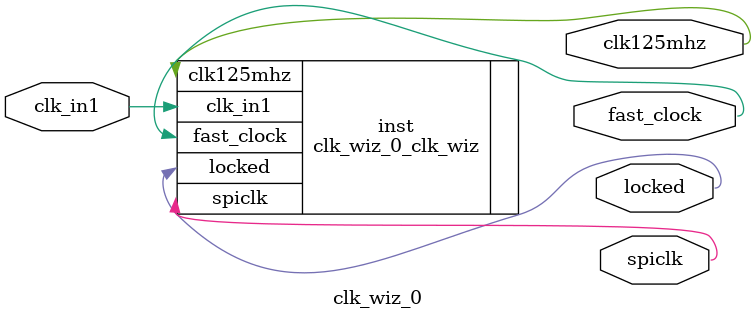
<source format=v>


`timescale 1ps/1ps

(* CORE_GENERATION_INFO = "clk_wiz_0,clk_wiz_v5_3_0,{component_name=clk_wiz_0,use_phase_alignment=true,use_min_o_jitter=false,use_max_i_jitter=false,use_dyn_phase_shift=false,use_inclk_switchover=false,use_dyn_reconfig=false,enable_axi=0,feedback_source=FDBK_AUTO,PRIMITIVE=MMCM,num_out_clk=3,clkin1_period=8.0,clkin2_period=10.0,use_power_down=false,use_reset=false,use_locked=true,use_inclk_stopped=false,feedback_type=SINGLE,CLOCK_MGR_TYPE=NA,manual_override=false}" *)

module clk_wiz_0 
 (
 // Clock in ports
  input         clk_in1,
  // Clock out ports
  output        spiclk,
  output        fast_clock,
  output        clk125mhz,
  // Status and control signals
  output        locked
 );

  clk_wiz_0_clk_wiz inst
  (
 // Clock in ports
  .clk_in1(clk_in1),
  // Clock out ports  
  .spiclk(spiclk),
  .fast_clock(fast_clock),
  .clk125mhz(clk125mhz),
  // Status and control signals               
  .locked(locked)            
  );

endmodule

</source>
